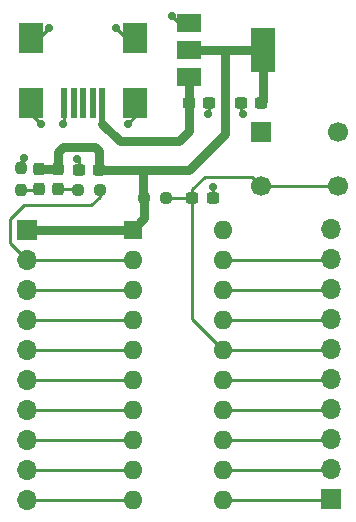
<source format=gbr>
%TF.GenerationSoftware,KiCad,Pcbnew,7.0.6-1.fc38*%
%TF.CreationDate,2023-08-09T19:30:43+03:00*%
%TF.ProjectId,msp430-breakout,6d737034-3330-42d6-9272-65616b6f7574,v.1.0*%
%TF.SameCoordinates,Original*%
%TF.FileFunction,Copper,L1,Top*%
%TF.FilePolarity,Positive*%
%FSLAX46Y46*%
G04 Gerber Fmt 4.6, Leading zero omitted, Abs format (unit mm)*
G04 Created by KiCad (PCBNEW 7.0.6-1.fc38) date 2023-08-09 19:30:43*
%MOMM*%
%LPD*%
G01*
G04 APERTURE LIST*
G04 Aperture macros list*
%AMRoundRect*
0 Rectangle with rounded corners*
0 $1 Rounding radius*
0 $2 $3 $4 $5 $6 $7 $8 $9 X,Y pos of 4 corners*
0 Add a 4 corners polygon primitive as box body*
4,1,4,$2,$3,$4,$5,$6,$7,$8,$9,$2,$3,0*
0 Add four circle primitives for the rounded corners*
1,1,$1+$1,$2,$3*
1,1,$1+$1,$4,$5*
1,1,$1+$1,$6,$7*
1,1,$1+$1,$8,$9*
0 Add four rect primitives between the rounded corners*
20,1,$1+$1,$2,$3,$4,$5,0*
20,1,$1+$1,$4,$5,$6,$7,0*
20,1,$1+$1,$6,$7,$8,$9,0*
20,1,$1+$1,$8,$9,$2,$3,0*%
G04 Aperture macros list end*
%TA.AperFunction,SMDPad,CuDef*%
%ADD10R,2.000000X2.500000*%
%TD*%
%TA.AperFunction,SMDPad,CuDef*%
%ADD11R,0.500000X2.500000*%
%TD*%
%TA.AperFunction,ComponentPad*%
%ADD12O,1.700000X1.700000*%
%TD*%
%TA.AperFunction,ComponentPad*%
%ADD13R,1.700000X1.700000*%
%TD*%
%TA.AperFunction,SMDPad,CuDef*%
%ADD14R,2.000000X1.500000*%
%TD*%
%TA.AperFunction,SMDPad,CuDef*%
%ADD15R,2.000000X3.800000*%
%TD*%
%TA.AperFunction,ComponentPad*%
%ADD16O,1.600000X1.600000*%
%TD*%
%TA.AperFunction,ComponentPad*%
%ADD17R,1.600000X1.600000*%
%TD*%
%TA.AperFunction,ComponentPad*%
%ADD18C,1.700000*%
%TD*%
%TA.AperFunction,SMDPad,CuDef*%
%ADD19RoundRect,0.237500X-0.250000X-0.237500X0.250000X-0.237500X0.250000X0.237500X-0.250000X0.237500X0*%
%TD*%
%TA.AperFunction,SMDPad,CuDef*%
%ADD20RoundRect,0.237500X0.237500X-0.250000X0.237500X0.250000X-0.237500X0.250000X-0.237500X-0.250000X0*%
%TD*%
%TA.AperFunction,SMDPad,CuDef*%
%ADD21RoundRect,0.237500X0.237500X-0.287500X0.237500X0.287500X-0.237500X0.287500X-0.237500X-0.287500X0*%
%TD*%
%TA.AperFunction,SMDPad,CuDef*%
%ADD22RoundRect,0.237500X0.300000X0.237500X-0.300000X0.237500X-0.300000X-0.237500X0.300000X-0.237500X0*%
%TD*%
%TA.AperFunction,SMDPad,CuDef*%
%ADD23RoundRect,0.237500X-0.300000X-0.237500X0.300000X-0.237500X0.300000X0.237500X-0.300000X0.237500X0*%
%TD*%
%TA.AperFunction,ViaPad*%
%ADD24C,0.700000*%
%TD*%
%TA.AperFunction,Conductor*%
%ADD25C,0.250000*%
%TD*%
%TA.AperFunction,Conductor*%
%ADD26C,0.750000*%
%TD*%
%TA.AperFunction,Conductor*%
%ADD27C,0.500000*%
%TD*%
G04 APERTURE END LIST*
D10*
%TO.P,J3,6,Shield*%
%TO.N,GND*%
X82200000Y-35925000D03*
X82200000Y-41425000D03*
X73400000Y-41425000D03*
X73400000Y-35925000D03*
D11*
%TO.P,J3,5,GND*%
X76200000Y-41425000D03*
%TO.P,J3,4,ID*%
%TO.N,unconnected-(J3-ID-Pad4)*%
X77000000Y-41425000D03*
%TO.P,J3,3,D+*%
%TO.N,unconnected-(J3-D+-Pad3)*%
X77800000Y-41425000D03*
%TO.P,J3,2,D-*%
%TO.N,unconnected-(J3-D--Pad2)*%
X78600000Y-41425000D03*
%TO.P,J3,1,VBUS*%
%TO.N,+5V*%
X79400000Y-41425000D03*
%TD*%
D12*
%TO.P,J2,10,Pin_10*%
%TO.N,GND*%
X98750000Y-52160000D03*
%TO.P,J2,9,Pin_9*%
%TO.N,/XIN*%
X98750000Y-54700000D03*
%TO.P,J2,8,Pin_8*%
%TO.N,/XOUT*%
X98750000Y-57240000D03*
%TO.P,J2,7,Pin_7*%
%TO.N,/TEST*%
X98750000Y-59780000D03*
%TO.P,J2,6,Pin_6*%
%TO.N,/RST*%
X98750000Y-62320000D03*
%TO.P,J2,5,Pin_5*%
%TO.N,/P1.7*%
X98750000Y-64860000D03*
%TO.P,J2,4,Pin_4*%
%TO.N,/P1.6*%
X98750000Y-67400000D03*
%TO.P,J2,3,Pin_3*%
%TO.N,/P2.5*%
X98750000Y-69940000D03*
%TO.P,J2,2,Pin_2*%
%TO.N,/P2.4*%
X98750000Y-72480000D03*
D13*
%TO.P,J2,1,Pin_1*%
%TO.N,/P2.3*%
X98750000Y-75020000D03*
%TD*%
D14*
%TO.P,U2,1,GND*%
%TO.N,GND*%
X86750000Y-34700000D03*
D15*
%TO.P,U2,2,VO*%
%TO.N,+3.3V*%
X93050000Y-37000000D03*
D14*
X86750000Y-37000000D03*
%TO.P,U2,3,VI*%
%TO.N,+5V*%
X86750000Y-39300000D03*
%TD*%
D16*
%TO.P,U1,20,DVSS*%
%TO.N,GND*%
X89620000Y-52175000D03*
%TO.P,U1,19,P2.6/XIN/TA0.1*%
%TO.N,/XIN*%
X89620000Y-54715000D03*
%TO.P,U1,18,P2.7/XOUT*%
%TO.N,/XOUT*%
X89620000Y-57255000D03*
%TO.P,U1,17,TEST/SBWTCK*%
%TO.N,/TEST*%
X89620000Y-59795000D03*
%TO.P,U1,16,~{RST}/NMI/SBWTDIO*%
%TO.N,/RST*%
X89620000Y-62335000D03*
%TO.P,U1,15,TDO/TDI/UCB0SIMO/UCB0SDA/CAOUT/CA7/A7/P1.7*%
%TO.N,/P1.7*%
X89620000Y-64875000D03*
%TO.P,U1,14,TDI/TCLK/UCB0SOMI/UCB0SCL/TA0.1/CA6/A6/P1.6*%
%TO.N,/P1.6*%
X89620000Y-67415000D03*
%TO.P,U1,13,P2.5/TA1.2*%
%TO.N,/P2.5*%
X89620000Y-69955000D03*
%TO.P,U1,12,P2.4/TA1.2*%
%TO.N,/P2.4*%
X89620000Y-72495000D03*
%TO.P,U1,11,P2.3/TA1.0*%
%TO.N,/P2.3*%
X89620000Y-75035000D03*
%TO.P,U1,10,P2.2/TA1.1*%
%TO.N,/P2.2*%
X82000000Y-75035000D03*
%TO.P,U1,9,P2.1/TA1.1*%
%TO.N,/P2.1*%
X82000000Y-72495000D03*
%TO.P,U1,8,P2.0/TA1.0*%
%TO.N,/P2.0*%
X82000000Y-69955000D03*
%TO.P,U1,7,TMS/UCB0CLK/UCA0STE/TA0.0/CA5/A5/P1.5*%
%TO.N,/P1.5*%
X82000000Y-67415000D03*
%TO.P,U1,6,TCK/SMCLK/UCB0STE/UCA0CLK/VREF+/VeREF+/CA4/A4/P1.4*%
%TO.N,/P1.4*%
X82000000Y-64875000D03*
%TO.P,U1,5,CAOUT/VREF-/VeREF-/CA3/A3/P1.3*%
%TO.N,/P1.3*%
X82000000Y-62335000D03*
%TO.P,U1,4,UCA0TXD/UCA0SIMO/TA0.1/CA2/A2/P1.2*%
%TO.N,/P1.2*%
X82000000Y-59795000D03*
%TO.P,U1,3,UCA0RXD/UCA0SOMI/TA0.0/CA1/A1/P1.1*%
%TO.N,/P1.1*%
X82000000Y-57255000D03*
%TO.P,U1,2,TA0CLK/ACLK/CA0/A0/P1.0*%
%TO.N,/P1.0*%
X82000000Y-54715000D03*
D17*
%TO.P,U1,1,DVCC*%
%TO.N,+3.3V*%
X82000000Y-52175000D03*
%TD*%
D18*
%TO.P,SW1,2,2*%
%TO.N,/RST*%
X92850000Y-48450000D03*
X99350000Y-48450000D03*
D13*
%TO.P,SW1,1,1*%
%TO.N,GND*%
X92850000Y-43950000D03*
D18*
X99350000Y-43950000D03*
%TD*%
D19*
%TO.P,R3,1*%
%TO.N,+3.3V*%
X82987500Y-49500000D03*
%TO.P,R3,2*%
%TO.N,/RST*%
X84812500Y-49500000D03*
%TD*%
D20*
%TO.P,R2,2*%
%TO.N,GND*%
X72500000Y-46987500D03*
%TO.P,R2,1*%
%TO.N,Net-(D1-K)*%
X72500000Y-48812500D03*
%TD*%
D19*
%TO.P,R1,2*%
%TO.N,/P1.0*%
X79212500Y-48800000D03*
%TO.P,R1,1*%
%TO.N,Net-(D2-K)*%
X77387500Y-48800000D03*
%TD*%
D13*
%TO.P,J1,1,Pin_1*%
%TO.N,+3.3V*%
X73000000Y-52175000D03*
D12*
%TO.P,J1,2,Pin_2*%
%TO.N,/P1.0*%
X73000000Y-54715000D03*
%TO.P,J1,3,Pin_3*%
%TO.N,/P1.1*%
X73000000Y-57255000D03*
%TO.P,J1,4,Pin_4*%
%TO.N,/P1.2*%
X73000000Y-59795000D03*
%TO.P,J1,5,Pin_5*%
%TO.N,/P1.3*%
X73000000Y-62335000D03*
%TO.P,J1,6,Pin_6*%
%TO.N,/P1.4*%
X73000000Y-64875000D03*
%TO.P,J1,7,Pin_7*%
%TO.N,/P1.5*%
X73000000Y-67415000D03*
%TO.P,J1,8,Pin_8*%
%TO.N,/P2.0*%
X73000000Y-69955000D03*
%TO.P,J1,9,Pin_9*%
%TO.N,/P2.1*%
X73000000Y-72495000D03*
%TO.P,J1,10,Pin_10*%
%TO.N,/P2.2*%
X73000000Y-75035000D03*
%TD*%
D21*
%TO.P,D2,1,K*%
%TO.N,Net-(D2-K)*%
X75700000Y-48775000D03*
%TO.P,D2,2,A*%
%TO.N,+3.3V*%
X75700000Y-47025000D03*
%TD*%
%TO.P,D1,2,A*%
%TO.N,+3.3V*%
X74100000Y-47025000D03*
%TO.P,D1,1,K*%
%TO.N,Net-(D1-K)*%
X74100000Y-48775000D03*
%TD*%
D22*
%TO.P,C4,2*%
%TO.N,/RST*%
X87037500Y-49500000D03*
%TO.P,C4,1*%
%TO.N,GND*%
X88762500Y-49500000D03*
%TD*%
D23*
%TO.P,C3,2*%
%TO.N,+3.3V*%
X92862500Y-41500000D03*
%TO.P,C3,1*%
%TO.N,GND*%
X91137500Y-41500000D03*
%TD*%
D22*
%TO.P,C2,2*%
%TO.N,+5V*%
X86737500Y-41500000D03*
%TO.P,C2,1*%
%TO.N,GND*%
X88462500Y-41500000D03*
%TD*%
%TO.P,C1,2*%
%TO.N,GND*%
X77437500Y-47100000D03*
%TO.P,C1,1*%
%TO.N,+3.3V*%
X79162500Y-47100000D03*
%TD*%
D24*
%TO.N,GND*%
X77300000Y-46200000D03*
X91300000Y-42400000D03*
X88400000Y-42400000D03*
X85300000Y-34100000D03*
X88800000Y-48600000D03*
X81600000Y-43200000D03*
X80600000Y-35100000D03*
X74900000Y-35100000D03*
X76100000Y-43200000D03*
X72800000Y-46100000D03*
X74200000Y-43200000D03*
%TD*%
D25*
%TO.N,/RST*%
X92850000Y-48450000D02*
X99350000Y-48450000D01*
D26*
%TO.N,+5V*%
X85900000Y-44700000D02*
X80900000Y-44700000D01*
X80900000Y-44700000D02*
X79400000Y-43200000D01*
D25*
%TO.N,Net-(D2-K)*%
X75700000Y-48775000D02*
X77362500Y-48775000D01*
X77362500Y-48775000D02*
X77387500Y-48800000D01*
%TO.N,Net-(D1-K)*%
X72500000Y-48812500D02*
X74062500Y-48812500D01*
X74062500Y-48812500D02*
X74100000Y-48775000D01*
%TO.N,/P1.0*%
X79212500Y-49387500D02*
X78500000Y-50100000D01*
X79212500Y-48800000D02*
X79212500Y-49387500D01*
X72800000Y-50100000D02*
X71600000Y-51300000D01*
X78500000Y-50100000D02*
X72800000Y-50100000D01*
X71600000Y-53315000D02*
X71600000Y-51300000D01*
X73000000Y-54715000D02*
X71600000Y-53315000D01*
%TO.N,GND*%
X88762500Y-49500000D02*
X88762500Y-48637500D01*
X88762500Y-48637500D02*
X88800000Y-48600000D01*
%TO.N,/RST*%
X87037500Y-49500000D02*
X87037500Y-48762500D01*
X87037500Y-48762500D02*
X88075000Y-47725000D01*
X92125000Y-47725000D02*
X92850000Y-48450000D01*
X88075000Y-47725000D02*
X92125000Y-47725000D01*
X87037500Y-49500000D02*
X84812500Y-49500000D01*
X89620000Y-62335000D02*
X87037500Y-59752500D01*
X87037500Y-59752500D02*
X87037500Y-49500000D01*
D26*
%TO.N,+3.3V*%
X82900000Y-47100000D02*
X82900000Y-49412500D01*
X82900000Y-49412500D02*
X82987500Y-49500000D01*
X79162500Y-47100000D02*
X82900000Y-47100000D01*
X82900000Y-47100000D02*
X86800000Y-47100000D01*
X89800000Y-44100000D02*
X89800000Y-37000000D01*
X86800000Y-47100000D02*
X89800000Y-44100000D01*
D25*
%TO.N,GND*%
X72500000Y-46987500D02*
X72500000Y-46400000D01*
X72500000Y-46400000D02*
X72800000Y-46100000D01*
X77437500Y-47100000D02*
X77437500Y-46337500D01*
X77437500Y-46337500D02*
X77300000Y-46200000D01*
D26*
%TO.N,+3.3V*%
X75700000Y-45600000D02*
X76100000Y-45200000D01*
X75700000Y-47025000D02*
X75700000Y-45600000D01*
X76100000Y-45200000D02*
X78800000Y-45200000D01*
X79162500Y-45562500D02*
X78800000Y-45200000D01*
X79162500Y-47100000D02*
X79162500Y-45562500D01*
D25*
%TO.N,GND*%
X91137500Y-41500000D02*
X91137500Y-42237500D01*
X91137500Y-42237500D02*
X91300000Y-42400000D01*
X88462500Y-41500000D02*
X88462500Y-42337500D01*
X88462500Y-42337500D02*
X88400000Y-42400000D01*
D26*
%TO.N,+3.3V*%
X86750000Y-37000000D02*
X89800000Y-37000000D01*
X89800000Y-37000000D02*
X93050000Y-37000000D01*
D25*
%TO.N,GND*%
X86750000Y-34700000D02*
X85900000Y-34700000D01*
X85900000Y-34700000D02*
X85300000Y-34100000D01*
D26*
%TO.N,+3.3V*%
X93050000Y-37000000D02*
X93050000Y-41312500D01*
%TO.N,+5V*%
X85900000Y-44700000D02*
X86737500Y-43862500D01*
X86737500Y-43862500D02*
X86737500Y-41500000D01*
X86750000Y-39300000D02*
X86750000Y-41487500D01*
X86750000Y-41487500D02*
X86737500Y-41500000D01*
D27*
X79400000Y-41425000D02*
X79400000Y-43200000D01*
D26*
%TO.N,+3.3V*%
X82987500Y-49500000D02*
X82987500Y-51187500D01*
X82987500Y-51187500D02*
X82000000Y-52175000D01*
X73000000Y-52175000D02*
X82000000Y-52175000D01*
X74100000Y-47025000D02*
X75700000Y-47025000D01*
D25*
%TO.N,GND*%
X76200000Y-41425000D02*
X76200000Y-43100000D01*
X76200000Y-43100000D02*
X76100000Y-43200000D01*
X73400000Y-41425000D02*
X73400000Y-42400000D01*
X73400000Y-42400000D02*
X74200000Y-43200000D01*
X82200000Y-41425000D02*
X82200000Y-42600000D01*
X82200000Y-42600000D02*
X81600000Y-43200000D01*
X82200000Y-35925000D02*
X81425000Y-35925000D01*
X81425000Y-35925000D02*
X80600000Y-35100000D01*
X73400000Y-35925000D02*
X74075000Y-35925000D01*
X74075000Y-35925000D02*
X74900000Y-35100000D01*
%TO.N,/P1.0*%
X73000000Y-54715000D02*
X77500000Y-54715000D01*
X77500000Y-54715000D02*
X82000000Y-54715000D01*
%TO.N,/P1.1*%
X73000000Y-57255000D02*
X82000000Y-57255000D01*
%TO.N,/P1.2*%
X73000000Y-59795000D02*
X82000000Y-59795000D01*
%TO.N,/P1.3*%
X73000000Y-62335000D02*
X82000000Y-62335000D01*
%TO.N,/P1.4*%
X73000000Y-64875000D02*
X82000000Y-64875000D01*
%TO.N,/P1.5*%
X73000000Y-67415000D02*
X82000000Y-67415000D01*
%TO.N,/P2.0*%
X82000000Y-69955000D02*
X73000000Y-69955000D01*
%TO.N,/P2.1*%
X73000000Y-72495000D02*
X82000000Y-72495000D01*
%TO.N,/P2.2*%
X82000000Y-75035000D02*
X73000000Y-75035000D01*
%TO.N,/P2.3*%
X89620000Y-75035000D02*
X98685000Y-75035000D01*
X98685000Y-75035000D02*
X98700000Y-75020000D01*
%TO.N,/P2.4*%
X89620000Y-72495000D02*
X98685000Y-72495000D01*
X98685000Y-72495000D02*
X98700000Y-72480000D01*
%TO.N,/P2.5*%
X89620000Y-69955000D02*
X98685000Y-69955000D01*
X98685000Y-69955000D02*
X98700000Y-69940000D01*
%TO.N,/P1.6*%
X89620000Y-67415000D02*
X98685000Y-67415000D01*
X98685000Y-67415000D02*
X98700000Y-67400000D01*
%TO.N,/P1.7*%
X89620000Y-64875000D02*
X98685000Y-64875000D01*
X98685000Y-64875000D02*
X98700000Y-64860000D01*
%TO.N,/RST*%
X89620000Y-62335000D02*
X98685000Y-62335000D01*
X98685000Y-62335000D02*
X98700000Y-62320000D01*
%TO.N,/TEST*%
X89620000Y-59795000D02*
X98685000Y-59795000D01*
X98685000Y-59795000D02*
X98700000Y-59780000D01*
%TO.N,/XOUT*%
X89620000Y-57255000D02*
X98685000Y-57255000D01*
X98685000Y-57255000D02*
X98700000Y-57240000D01*
%TO.N,/XIN*%
X89620000Y-54715000D02*
X98685000Y-54715000D01*
X98685000Y-54715000D02*
X98700000Y-54700000D01*
%TD*%
M02*

</source>
